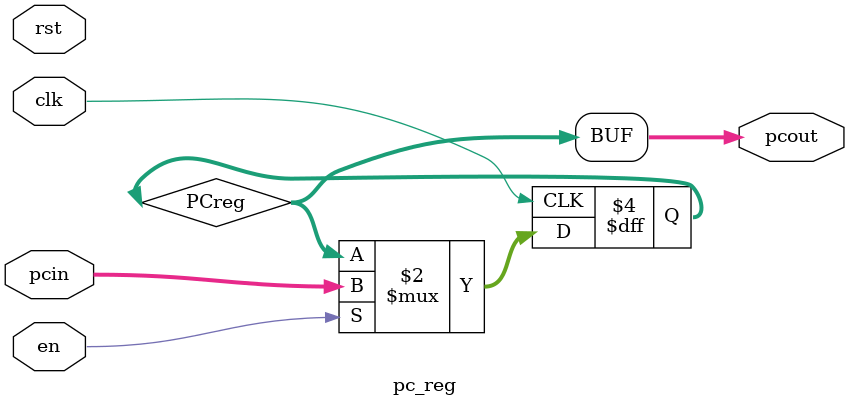
<source format=sv>
module pc_reg #(
    parameter WIDTH = 32
)(
    input   logic               clk,    // clock
    input   logic               rst,    // reset
    input   logic               en,

    input   logic   [WIDTH-1:0] pcin,   // 32-bit input pc
    output  logic   [WIDTH-1:0] pcout   // 32-bit output pc
);

    logic   [WIDTH-1:0]           PCreg;    // 32-bit register

    always_ff @(posedge clk)
    begin
        if (en) PCreg <= pcin;
    end

    assign pcout = PCreg; // fixed pc delay

endmodule


</source>
